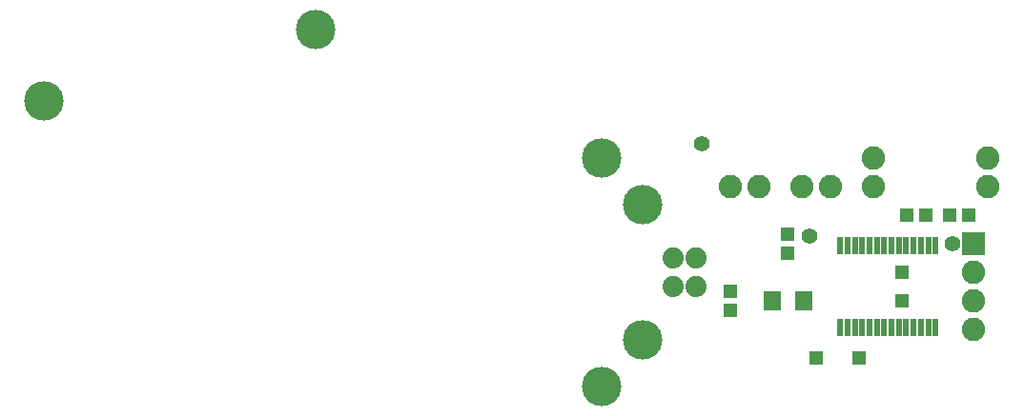
<source format=gts>
G75*
%MOIN*%
%OFA0B0*%
%FSLAX25Y25*%
%IPPOS*%
%LPD*%
%AMOC8*
5,1,8,0,0,1.08239X$1,22.5*
%
%ADD10R,0.04737X0.05131*%
%ADD11R,0.05131X0.04737*%
%ADD12R,0.06312X0.07099*%
%ADD13C,0.07400*%
%ADD14C,0.13800*%
%ADD15R,0.08200X0.08200*%
%ADD16C,0.08200*%
%ADD17R,0.02170X0.06300*%
%ADD18R,0.05162X0.05162*%
%ADD19C,0.05556*%
D10*
X0443333Y0038904D03*
X0443333Y0045596D03*
X0463333Y0058904D03*
X0463333Y0065596D03*
D11*
X0504987Y0072250D03*
X0511680Y0072250D03*
X0519987Y0072250D03*
X0526680Y0072250D03*
D12*
X0468845Y0042250D03*
X0457822Y0042250D03*
D13*
X0431133Y0047329D03*
X0423333Y0047329D03*
X0423333Y0057171D03*
X0431133Y0057171D03*
D14*
X0398333Y0012250D03*
X0412633Y0028550D03*
X0412633Y0075950D03*
X0398333Y0092250D03*
X0298333Y0137250D03*
X0203333Y0112250D03*
D15*
X0528333Y0062250D03*
D16*
X0528333Y0052250D03*
X0528333Y0042250D03*
X0528333Y0032250D03*
X0533333Y0082250D03*
X0533333Y0092250D03*
X0493333Y0092250D03*
X0493333Y0082250D03*
X0478333Y0082250D03*
X0468333Y0082250D03*
X0453333Y0082250D03*
X0443333Y0082250D03*
D17*
X0481699Y0061644D03*
X0484259Y0061644D03*
X0486818Y0061644D03*
X0489377Y0061644D03*
X0491936Y0061644D03*
X0494495Y0061644D03*
X0497054Y0061644D03*
X0499613Y0061644D03*
X0502172Y0061644D03*
X0504731Y0061644D03*
X0507290Y0061644D03*
X0509849Y0061644D03*
X0512408Y0061644D03*
X0514967Y0061644D03*
X0514967Y0032856D03*
X0512408Y0032856D03*
X0509849Y0032856D03*
X0507290Y0032856D03*
X0504731Y0032856D03*
X0502172Y0032856D03*
X0499613Y0032856D03*
X0497054Y0032856D03*
X0494495Y0032856D03*
X0491936Y0032856D03*
X0489377Y0032856D03*
X0486818Y0032856D03*
X0484259Y0032856D03*
X0481699Y0032856D03*
D18*
X0488333Y0022250D03*
X0473333Y0022250D03*
X0503333Y0042250D03*
X0503333Y0052250D03*
D19*
X0520833Y0062250D03*
X0470833Y0064750D03*
X0433333Y0097250D03*
M02*

</source>
